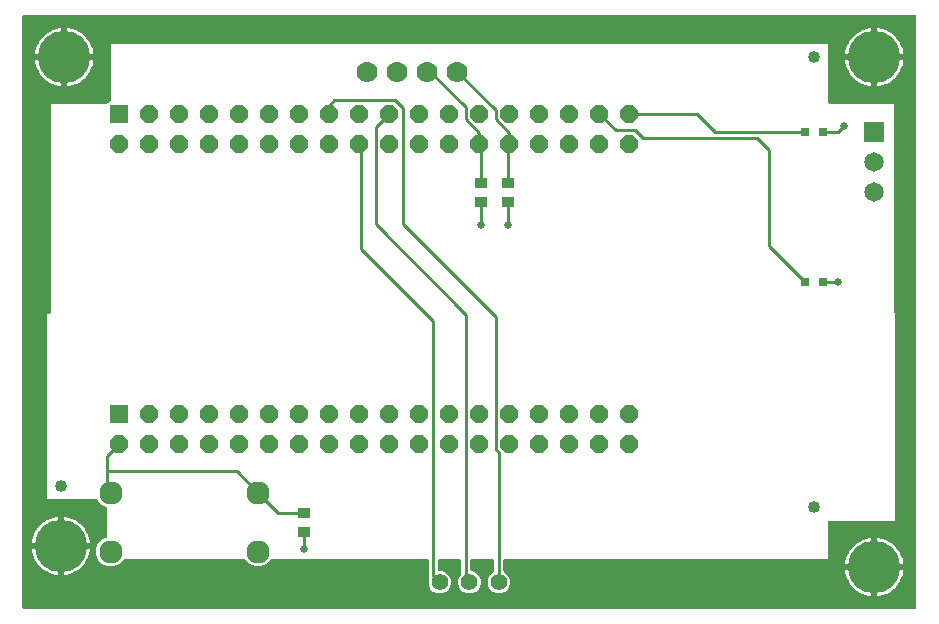
<source format=gbr>
G04 EAGLE Gerber RS-274X export*
G75*
%MOMM*%
%FSLAX34Y34*%
%LPD*%
%INTop Copper*%
%IPPOS*%
%AMOC8*
5,1,8,0,0,1.08239X$1,22.5*%
G01*
%ADD10R,1.524000X1.524000*%
%ADD11P,1.649562X8X22.500000*%
%ADD12C,1.778000*%
%ADD13R,1.651000X1.651000*%
%ADD14C,1.651000*%
%ADD15C,1.960000*%
%ADD16R,0.800000X0.800000*%
%ADD17C,1.400000*%
%ADD18R,1.031241X0.949959*%
%ADD19C,4.445000*%
%ADD20C,1.016000*%
%ADD21C,0.254000*%
%ADD22C,0.654800*%

G36*
X759444Y504308D02*
X759444Y504308D01*
X759437Y504427D01*
X759424Y504465D01*
X759419Y504506D01*
X759376Y504616D01*
X759339Y504729D01*
X759317Y504764D01*
X759302Y504801D01*
X759233Y504897D01*
X759169Y504998D01*
X759139Y505026D01*
X759116Y505059D01*
X759024Y505135D01*
X758937Y505216D01*
X758902Y505236D01*
X758871Y505261D01*
X758763Y505312D01*
X758659Y505370D01*
X758619Y505380D01*
X758583Y505397D01*
X758466Y505419D01*
X758351Y505449D01*
X758291Y505453D01*
X758271Y505457D01*
X758250Y505455D01*
X758190Y505459D01*
X3810Y505459D01*
X3692Y505444D01*
X3573Y505437D01*
X3535Y505424D01*
X3494Y505419D01*
X3384Y505376D01*
X3271Y505339D01*
X3236Y505317D01*
X3199Y505302D01*
X3103Y505233D01*
X3002Y505169D01*
X2974Y505139D01*
X2941Y505116D01*
X2865Y505024D01*
X2784Y504937D01*
X2764Y504902D01*
X2739Y504871D01*
X2688Y504763D01*
X2630Y504659D01*
X2620Y504619D01*
X2603Y504583D01*
X2581Y504466D01*
X2551Y504351D01*
X2547Y504291D01*
X2543Y504271D01*
X2545Y504250D01*
X2541Y504190D01*
X2541Y3810D01*
X2556Y3692D01*
X2563Y3573D01*
X2576Y3535D01*
X2581Y3494D01*
X2624Y3384D01*
X2661Y3271D01*
X2683Y3236D01*
X2698Y3199D01*
X2767Y3103D01*
X2831Y3002D01*
X2861Y2974D01*
X2884Y2941D01*
X2976Y2865D01*
X3063Y2784D01*
X3098Y2764D01*
X3129Y2739D01*
X3237Y2688D01*
X3341Y2630D01*
X3381Y2620D01*
X3417Y2603D01*
X3534Y2581D01*
X3649Y2551D01*
X3709Y2547D01*
X3729Y2543D01*
X3750Y2545D01*
X3810Y2541D01*
X758190Y2541D01*
X758308Y2556D01*
X758427Y2563D01*
X758465Y2576D01*
X758506Y2581D01*
X758616Y2624D01*
X758729Y2661D01*
X758764Y2683D01*
X758801Y2698D01*
X758897Y2767D01*
X758998Y2831D01*
X759026Y2861D01*
X759059Y2884D01*
X759135Y2976D01*
X759216Y3063D01*
X759236Y3098D01*
X759261Y3129D01*
X759312Y3237D01*
X759370Y3341D01*
X759380Y3381D01*
X759397Y3417D01*
X759419Y3534D01*
X759449Y3649D01*
X759453Y3709D01*
X759457Y3729D01*
X759455Y3750D01*
X759459Y3810D01*
X759459Y504190D01*
X759444Y504308D01*
G37*
%LPC*%
G36*
X354102Y15859D02*
X354102Y15859D01*
X350596Y17312D01*
X347912Y19996D01*
X346459Y23502D01*
X346459Y27298D01*
X346795Y28108D01*
X346803Y28136D01*
X346816Y28163D01*
X346844Y28289D01*
X346879Y28415D01*
X346879Y28444D01*
X346886Y28473D01*
X346882Y28603D01*
X346884Y28733D01*
X346877Y28761D01*
X346876Y28791D01*
X346840Y28915D01*
X346810Y29042D01*
X346796Y29068D01*
X346788Y29096D01*
X346722Y29208D01*
X346709Y29232D01*
X346709Y43434D01*
X346694Y43552D01*
X346687Y43671D01*
X346674Y43709D01*
X346669Y43750D01*
X346626Y43860D01*
X346589Y43973D01*
X346567Y44008D01*
X346552Y44045D01*
X346483Y44141D01*
X346419Y44242D01*
X346389Y44270D01*
X346366Y44303D01*
X346274Y44379D01*
X346187Y44460D01*
X346152Y44480D01*
X346121Y44505D01*
X346013Y44556D01*
X345909Y44614D01*
X345869Y44624D01*
X345833Y44641D01*
X345716Y44663D01*
X345601Y44693D01*
X345541Y44697D01*
X345521Y44701D01*
X345500Y44699D01*
X345440Y44703D01*
X213681Y44703D01*
X213583Y44691D01*
X213484Y44688D01*
X213426Y44671D01*
X213366Y44663D01*
X213274Y44627D01*
X213179Y44599D01*
X213127Y44569D01*
X213070Y44546D01*
X212990Y44488D01*
X212905Y44438D01*
X212829Y44372D01*
X212813Y44360D01*
X212805Y44350D01*
X212784Y44332D01*
X209190Y40738D01*
X204655Y38859D01*
X199745Y38859D01*
X195210Y40738D01*
X191616Y44332D01*
X191538Y44392D01*
X191466Y44460D01*
X191413Y44489D01*
X191365Y44526D01*
X191274Y44566D01*
X191187Y44614D01*
X191129Y44629D01*
X191073Y44653D01*
X190975Y44668D01*
X190879Y44693D01*
X190779Y44699D01*
X190759Y44703D01*
X190747Y44701D01*
X190719Y44703D01*
X88681Y44703D01*
X88583Y44691D01*
X88484Y44688D01*
X88426Y44671D01*
X88366Y44663D01*
X88274Y44627D01*
X88179Y44599D01*
X88127Y44569D01*
X88070Y44546D01*
X87990Y44488D01*
X87905Y44438D01*
X87829Y44372D01*
X87813Y44360D01*
X87805Y44350D01*
X87784Y44332D01*
X84190Y40738D01*
X79655Y38859D01*
X74745Y38859D01*
X70210Y40738D01*
X66738Y44210D01*
X64859Y48745D01*
X64859Y53655D01*
X66738Y58190D01*
X70210Y61662D01*
X73638Y63082D01*
X73663Y63097D01*
X73691Y63106D01*
X73801Y63175D01*
X73914Y63239D01*
X73935Y63260D01*
X73960Y63276D01*
X74049Y63370D01*
X74142Y63461D01*
X74158Y63486D01*
X74178Y63507D01*
X74241Y63621D01*
X74309Y63732D01*
X74317Y63760D01*
X74332Y63786D01*
X74364Y63912D01*
X74402Y64036D01*
X74404Y64065D01*
X74411Y64094D01*
X74421Y64255D01*
X74421Y88145D01*
X74418Y88175D01*
X74420Y88204D01*
X74398Y88332D01*
X74381Y88461D01*
X74371Y88488D01*
X74366Y88517D01*
X74312Y88636D01*
X74264Y88757D01*
X74247Y88781D01*
X74235Y88807D01*
X74154Y88909D01*
X74078Y89014D01*
X74055Y89033D01*
X74036Y89056D01*
X73933Y89134D01*
X73833Y89217D01*
X73806Y89229D01*
X73782Y89247D01*
X73638Y89318D01*
X70210Y90738D01*
X66738Y94210D01*
X66527Y94720D01*
X66512Y94745D01*
X66503Y94773D01*
X66434Y94883D01*
X66369Y94996D01*
X66349Y95017D01*
X66333Y95042D01*
X66238Y95131D01*
X66148Y95224D01*
X66123Y95240D01*
X66101Y95260D01*
X65988Y95323D01*
X65877Y95391D01*
X65849Y95399D01*
X65823Y95414D01*
X65697Y95446D01*
X65573Y95484D01*
X65543Y95486D01*
X65515Y95493D01*
X65354Y95503D01*
X23621Y95503D01*
X23621Y252731D01*
X25400Y252731D01*
X25518Y252746D01*
X25637Y252753D01*
X25675Y252766D01*
X25716Y252771D01*
X25826Y252814D01*
X25939Y252851D01*
X25974Y252873D01*
X26011Y252888D01*
X26107Y252958D01*
X26208Y253021D01*
X26236Y253051D01*
X26269Y253074D01*
X26345Y253166D01*
X26426Y253253D01*
X26446Y253288D01*
X26471Y253319D01*
X26522Y253427D01*
X26580Y253531D01*
X26590Y253571D01*
X26607Y253607D01*
X26629Y253724D01*
X26659Y253839D01*
X26663Y253900D01*
X26667Y253920D01*
X26665Y253940D01*
X26669Y254000D01*
X26669Y430531D01*
X73772Y430531D01*
X73870Y430543D01*
X73969Y430546D01*
X74027Y430563D01*
X74087Y430571D01*
X74179Y430607D01*
X74275Y430635D01*
X74327Y430665D01*
X74383Y430688D01*
X74463Y430746D01*
X74549Y430796D01*
X74624Y430862D01*
X74640Y430874D01*
X74648Y430884D01*
X74669Y430903D01*
X75828Y432061D01*
X76200Y432061D01*
X76318Y432076D01*
X76437Y432083D01*
X76475Y432096D01*
X76516Y432101D01*
X76626Y432144D01*
X76739Y432181D01*
X76774Y432203D01*
X76811Y432218D01*
X76907Y432287D01*
X77008Y432351D01*
X77036Y432381D01*
X77069Y432404D01*
X77145Y432496D01*
X77226Y432583D01*
X77246Y432618D01*
X77271Y432649D01*
X77322Y432757D01*
X77380Y432861D01*
X77390Y432901D01*
X77407Y432937D01*
X77429Y433054D01*
X77459Y433169D01*
X77463Y433229D01*
X77467Y433249D01*
X77465Y433270D01*
X77469Y433330D01*
X77469Y481331D01*
X684531Y481331D01*
X684531Y431800D01*
X684546Y431682D01*
X684553Y431563D01*
X684566Y431525D01*
X684571Y431484D01*
X684614Y431374D01*
X684651Y431261D01*
X684673Y431226D01*
X684688Y431189D01*
X684758Y431093D01*
X684821Y430992D01*
X684851Y430964D01*
X684874Y430931D01*
X684966Y430856D01*
X685053Y430774D01*
X685088Y430754D01*
X685119Y430729D01*
X685227Y430678D01*
X685331Y430620D01*
X685371Y430610D01*
X685407Y430593D01*
X685524Y430571D01*
X685639Y430541D01*
X685700Y430537D01*
X685720Y430533D01*
X685740Y430535D01*
X685800Y430531D01*
X740411Y430531D01*
X740411Y254000D01*
X740426Y253882D01*
X740433Y253763D01*
X740446Y253725D01*
X740451Y253684D01*
X740494Y253574D01*
X740531Y253461D01*
X740553Y253426D01*
X740568Y253389D01*
X740638Y253293D01*
X740701Y253192D01*
X740731Y253164D01*
X740754Y253131D01*
X740846Y253056D01*
X740933Y252974D01*
X740968Y252954D01*
X740999Y252929D01*
X741107Y252878D01*
X741211Y252820D01*
X741251Y252810D01*
X741287Y252793D01*
X741404Y252771D01*
X741427Y252765D01*
X741427Y77469D01*
X685800Y77469D01*
X685682Y77454D01*
X685563Y77447D01*
X685525Y77434D01*
X685484Y77429D01*
X685374Y77386D01*
X685261Y77349D01*
X685226Y77327D01*
X685189Y77312D01*
X685093Y77243D01*
X684992Y77179D01*
X684964Y77149D01*
X684931Y77126D01*
X684856Y77034D01*
X684774Y76947D01*
X684754Y76912D01*
X684729Y76881D01*
X684678Y76773D01*
X684620Y76669D01*
X684610Y76629D01*
X684593Y76593D01*
X684571Y76476D01*
X684541Y76361D01*
X684537Y76301D01*
X684533Y76281D01*
X684535Y76260D01*
X684531Y76200D01*
X684531Y44703D01*
X411080Y44703D01*
X410962Y44688D01*
X410843Y44681D01*
X410805Y44668D01*
X410764Y44663D01*
X410654Y44620D01*
X410541Y44583D01*
X410506Y44561D01*
X410469Y44546D01*
X410373Y44477D01*
X410272Y44413D01*
X410244Y44383D01*
X410211Y44360D01*
X410135Y44268D01*
X410054Y44181D01*
X410034Y44146D01*
X410009Y44115D01*
X409958Y44007D01*
X409900Y43903D01*
X409890Y43863D01*
X409873Y43827D01*
X409851Y43710D01*
X409821Y43595D01*
X409817Y43535D01*
X409813Y43515D01*
X409815Y43494D01*
X409811Y43434D01*
X409811Y34996D01*
X409814Y34967D01*
X409812Y34938D01*
X409834Y34810D01*
X409851Y34681D01*
X409861Y34654D01*
X409866Y34624D01*
X409920Y34506D01*
X409968Y34385D01*
X409985Y34361D01*
X409997Y34334D01*
X410078Y34233D01*
X410154Y34128D01*
X410177Y34109D01*
X410196Y34086D01*
X410299Y34008D01*
X410399Y33925D01*
X410426Y33913D01*
X410450Y33895D01*
X410594Y33824D01*
X411404Y33488D01*
X414088Y30804D01*
X415541Y27298D01*
X415541Y23502D01*
X414088Y19996D01*
X411404Y17312D01*
X407898Y15859D01*
X404102Y15859D01*
X400596Y17312D01*
X397912Y19996D01*
X396459Y23502D01*
X396459Y27298D01*
X397912Y30804D01*
X400596Y33488D01*
X401406Y33824D01*
X401431Y33838D01*
X401459Y33848D01*
X401569Y33917D01*
X401682Y33981D01*
X401703Y34002D01*
X401728Y34018D01*
X401817Y34113D01*
X401910Y34203D01*
X401926Y34228D01*
X401946Y34249D01*
X402009Y34363D01*
X402077Y34474D01*
X402085Y34502D01*
X402100Y34528D01*
X402132Y34654D01*
X402170Y34778D01*
X402172Y34807D01*
X402179Y34836D01*
X402189Y34996D01*
X402189Y43434D01*
X402174Y43552D01*
X402167Y43671D01*
X402154Y43709D01*
X402149Y43750D01*
X402106Y43860D01*
X402069Y43973D01*
X402047Y44008D01*
X402032Y44045D01*
X401963Y44141D01*
X401899Y44242D01*
X401869Y44270D01*
X401846Y44303D01*
X401754Y44379D01*
X401667Y44460D01*
X401632Y44480D01*
X401601Y44505D01*
X401493Y44556D01*
X401389Y44614D01*
X401349Y44624D01*
X401313Y44641D01*
X401196Y44663D01*
X401081Y44693D01*
X401021Y44697D01*
X401001Y44701D01*
X400980Y44699D01*
X400920Y44703D01*
X382950Y44703D01*
X382832Y44688D01*
X382713Y44681D01*
X382675Y44668D01*
X382634Y44663D01*
X382524Y44620D01*
X382411Y44583D01*
X382376Y44561D01*
X382339Y44546D01*
X382243Y44477D01*
X382142Y44413D01*
X382114Y44383D01*
X382081Y44360D01*
X382005Y44268D01*
X381924Y44181D01*
X381904Y44146D01*
X381879Y44115D01*
X381828Y44007D01*
X381770Y43903D01*
X381760Y43863D01*
X381743Y43827D01*
X381721Y43710D01*
X381691Y43595D01*
X381687Y43535D01*
X381683Y43515D01*
X381685Y43494D01*
X381681Y43434D01*
X381681Y36210D01*
X381696Y36092D01*
X381703Y35973D01*
X381716Y35935D01*
X381721Y35894D01*
X381764Y35784D01*
X381801Y35671D01*
X381823Y35636D01*
X381838Y35599D01*
X381907Y35503D01*
X381971Y35402D01*
X382001Y35374D01*
X382024Y35341D01*
X382116Y35265D01*
X382203Y35184D01*
X382238Y35164D01*
X382269Y35139D01*
X382377Y35088D01*
X382481Y35030D01*
X382521Y35020D01*
X382557Y35003D01*
X382674Y34981D01*
X382789Y34951D01*
X382849Y34947D01*
X382869Y34943D01*
X382889Y34944D01*
X386404Y33488D01*
X389088Y30804D01*
X390541Y27298D01*
X390541Y23502D01*
X389088Y19996D01*
X386404Y17312D01*
X382898Y15859D01*
X379102Y15859D01*
X375596Y17312D01*
X372912Y19996D01*
X371459Y23502D01*
X371459Y27298D01*
X372912Y30804D01*
X373687Y31580D01*
X373748Y31658D01*
X373816Y31730D01*
X373845Y31784D01*
X373882Y31831D01*
X373922Y31922D01*
X373970Y32009D01*
X373985Y32068D01*
X374009Y32123D01*
X374024Y32221D01*
X374049Y32317D01*
X374055Y32417D01*
X374059Y32437D01*
X374057Y32450D01*
X374059Y32478D01*
X374059Y43434D01*
X374044Y43552D01*
X374037Y43671D01*
X374024Y43709D01*
X374019Y43750D01*
X373976Y43860D01*
X373939Y43973D01*
X373917Y44008D01*
X373902Y44045D01*
X373833Y44141D01*
X373769Y44242D01*
X373739Y44270D01*
X373716Y44303D01*
X373624Y44379D01*
X373537Y44460D01*
X373502Y44480D01*
X373471Y44505D01*
X373363Y44556D01*
X373259Y44614D01*
X373219Y44624D01*
X373183Y44641D01*
X373066Y44663D01*
X372951Y44693D01*
X372891Y44697D01*
X372871Y44701D01*
X372850Y44699D01*
X372790Y44703D01*
X355600Y44703D01*
X355482Y44688D01*
X355363Y44681D01*
X355325Y44668D01*
X355284Y44663D01*
X355174Y44620D01*
X355061Y44583D01*
X355026Y44561D01*
X354989Y44546D01*
X354893Y44477D01*
X354792Y44413D01*
X354764Y44383D01*
X354731Y44360D01*
X354655Y44268D01*
X354574Y44181D01*
X354554Y44146D01*
X354529Y44115D01*
X354478Y44007D01*
X354420Y43903D01*
X354410Y43863D01*
X354393Y43827D01*
X354371Y43710D01*
X354341Y43595D01*
X354337Y43535D01*
X354333Y43515D01*
X354335Y43494D01*
X354331Y43434D01*
X354331Y36210D01*
X354346Y36092D01*
X354353Y35973D01*
X354366Y35935D01*
X354371Y35894D01*
X354414Y35784D01*
X354451Y35671D01*
X354473Y35636D01*
X354488Y35599D01*
X354557Y35503D01*
X354621Y35402D01*
X354651Y35374D01*
X354674Y35341D01*
X354766Y35265D01*
X354853Y35184D01*
X354888Y35164D01*
X354919Y35139D01*
X355027Y35088D01*
X355131Y35030D01*
X355171Y35020D01*
X355207Y35003D01*
X355324Y34981D01*
X355439Y34951D01*
X355499Y34947D01*
X355519Y34943D01*
X355540Y34945D01*
X355600Y34941D01*
X357898Y34941D01*
X361404Y33488D01*
X364088Y30804D01*
X365541Y27298D01*
X365541Y23502D01*
X364088Y19996D01*
X361404Y17312D01*
X357898Y15859D01*
X354102Y15859D01*
G37*
%LPD*%
%LPC*%
G36*
X726439Y472439D02*
X726439Y472439D01*
X726439Y494536D01*
X728055Y494354D01*
X730767Y493735D01*
X733392Y492817D01*
X735899Y491610D01*
X738254Y490130D01*
X740429Y488395D01*
X742395Y486429D01*
X744130Y484254D01*
X745610Y481899D01*
X746817Y479392D01*
X747735Y476767D01*
X748354Y474055D01*
X748536Y472439D01*
X726439Y472439D01*
G37*
%LPD*%
%LPC*%
G36*
X40639Y472439D02*
X40639Y472439D01*
X40639Y494536D01*
X42255Y494354D01*
X44967Y493735D01*
X47592Y492817D01*
X50099Y491610D01*
X52454Y490130D01*
X54629Y488395D01*
X56595Y486429D01*
X58330Y484254D01*
X59810Y481899D01*
X61017Y479392D01*
X61935Y476767D01*
X62554Y474055D01*
X62736Y472439D01*
X40639Y472439D01*
G37*
%LPD*%
%LPC*%
G36*
X37591Y58673D02*
X37591Y58673D01*
X37591Y80770D01*
X39207Y80588D01*
X41919Y79969D01*
X44544Y79051D01*
X47051Y77844D01*
X49406Y76364D01*
X51581Y74629D01*
X53547Y72663D01*
X55282Y70488D01*
X56762Y68133D01*
X57969Y65626D01*
X58887Y63001D01*
X59506Y60289D01*
X59688Y58673D01*
X37591Y58673D01*
G37*
%LPD*%
%LPC*%
G36*
X726439Y40639D02*
X726439Y40639D01*
X726439Y62736D01*
X728055Y62554D01*
X730767Y61935D01*
X733392Y61017D01*
X735899Y59810D01*
X738254Y58330D01*
X740429Y56595D01*
X742395Y54629D01*
X744130Y52454D01*
X745610Y50099D01*
X746817Y47592D01*
X747735Y44967D01*
X748354Y42255D01*
X748536Y40639D01*
X726439Y40639D01*
G37*
%LPD*%
%LPC*%
G36*
X699264Y472439D02*
X699264Y472439D01*
X699446Y474055D01*
X700065Y476767D01*
X700983Y479392D01*
X702190Y481899D01*
X703670Y484254D01*
X705405Y486429D01*
X707371Y488395D01*
X709546Y490130D01*
X711901Y491610D01*
X714408Y492817D01*
X717033Y493735D01*
X719745Y494354D01*
X721361Y494536D01*
X721361Y472439D01*
X699264Y472439D01*
G37*
%LPD*%
%LPC*%
G36*
X13464Y472439D02*
X13464Y472439D01*
X13646Y474055D01*
X14265Y476767D01*
X15183Y479392D01*
X16390Y481899D01*
X17870Y484254D01*
X19605Y486429D01*
X21571Y488395D01*
X23746Y490130D01*
X26101Y491610D01*
X28608Y492817D01*
X31233Y493735D01*
X33945Y494354D01*
X35561Y494536D01*
X35561Y472439D01*
X13464Y472439D01*
G37*
%LPD*%
%LPC*%
G36*
X40639Y467361D02*
X40639Y467361D01*
X62736Y467361D01*
X62554Y465745D01*
X61935Y463033D01*
X61017Y460408D01*
X59810Y457901D01*
X58330Y455546D01*
X56595Y453371D01*
X54629Y451405D01*
X52454Y449670D01*
X50099Y448190D01*
X47592Y446983D01*
X44967Y446065D01*
X42255Y445446D01*
X40639Y445264D01*
X40639Y467361D01*
G37*
%LPD*%
%LPC*%
G36*
X726439Y467361D02*
X726439Y467361D01*
X748536Y467361D01*
X748354Y465745D01*
X747735Y463033D01*
X746817Y460408D01*
X745610Y457901D01*
X744130Y455546D01*
X742395Y453371D01*
X740429Y451405D01*
X738254Y449670D01*
X735899Y448190D01*
X733392Y446983D01*
X730767Y446065D01*
X728055Y445446D01*
X726439Y445264D01*
X726439Y467361D01*
G37*
%LPD*%
%LPC*%
G36*
X10416Y58673D02*
X10416Y58673D01*
X10598Y60289D01*
X11217Y63001D01*
X12135Y65626D01*
X13342Y68133D01*
X14822Y70488D01*
X16557Y72663D01*
X18523Y74629D01*
X20698Y76364D01*
X23053Y77844D01*
X25560Y79051D01*
X28185Y79969D01*
X30897Y80588D01*
X32513Y80770D01*
X32513Y58673D01*
X10416Y58673D01*
G37*
%LPD*%
%LPC*%
G36*
X699264Y40639D02*
X699264Y40639D01*
X699446Y42255D01*
X700065Y44967D01*
X700983Y47592D01*
X702190Y50099D01*
X703670Y52454D01*
X705405Y54629D01*
X707371Y56595D01*
X709546Y58330D01*
X711901Y59810D01*
X714408Y61017D01*
X717033Y61935D01*
X719745Y62554D01*
X721361Y62736D01*
X721361Y40639D01*
X699264Y40639D01*
G37*
%LPD*%
%LPC*%
G36*
X37591Y53595D02*
X37591Y53595D01*
X59688Y53595D01*
X59506Y51979D01*
X58887Y49267D01*
X57969Y46642D01*
X56762Y44135D01*
X55282Y41780D01*
X53547Y39605D01*
X51581Y37639D01*
X49406Y35904D01*
X47051Y34424D01*
X44544Y33217D01*
X41919Y32299D01*
X39207Y31680D01*
X37591Y31498D01*
X37591Y53595D01*
G37*
%LPD*%
%LPC*%
G36*
X726439Y35561D02*
X726439Y35561D01*
X748536Y35561D01*
X748354Y33945D01*
X747735Y31233D01*
X746817Y28608D01*
X745610Y26101D01*
X744130Y23746D01*
X742395Y21571D01*
X740429Y19605D01*
X738254Y17870D01*
X735899Y16390D01*
X733392Y15183D01*
X730767Y14265D01*
X728055Y13646D01*
X726439Y13464D01*
X726439Y35561D01*
G37*
%LPD*%
%LPC*%
G36*
X33945Y445446D02*
X33945Y445446D01*
X31233Y446065D01*
X28608Y446983D01*
X26101Y448190D01*
X23746Y449670D01*
X21571Y451405D01*
X19605Y453371D01*
X17870Y455546D01*
X16390Y457901D01*
X15183Y460408D01*
X14265Y463033D01*
X13646Y465745D01*
X13464Y467361D01*
X35561Y467361D01*
X35561Y445264D01*
X33945Y445446D01*
G37*
%LPD*%
%LPC*%
G36*
X719745Y445446D02*
X719745Y445446D01*
X717033Y446065D01*
X714408Y446983D01*
X711901Y448190D01*
X709546Y449670D01*
X707371Y451405D01*
X705405Y453371D01*
X703670Y455546D01*
X702190Y457901D01*
X700983Y460408D01*
X700065Y463033D01*
X699446Y465745D01*
X699264Y467361D01*
X721361Y467361D01*
X721361Y445264D01*
X719745Y445446D01*
G37*
%LPD*%
%LPC*%
G36*
X30897Y31680D02*
X30897Y31680D01*
X28185Y32299D01*
X25560Y33217D01*
X23053Y34424D01*
X20698Y35904D01*
X18523Y37639D01*
X16557Y39605D01*
X14822Y41780D01*
X13342Y44135D01*
X12135Y46642D01*
X11217Y49267D01*
X10598Y51979D01*
X10416Y53595D01*
X32513Y53595D01*
X32513Y31498D01*
X30897Y31680D01*
G37*
%LPD*%
%LPC*%
G36*
X719745Y13646D02*
X719745Y13646D01*
X717033Y14265D01*
X714408Y15183D01*
X711901Y16390D01*
X709546Y17870D01*
X707371Y19605D01*
X705405Y21571D01*
X703670Y23746D01*
X702190Y26101D01*
X700983Y28608D01*
X700065Y31233D01*
X699446Y33945D01*
X699264Y35561D01*
X721361Y35561D01*
X721361Y13464D01*
X719745Y13646D01*
G37*
%LPD*%
%LPC*%
G36*
X38099Y469899D02*
X38099Y469899D01*
X38099Y469901D01*
X38101Y469901D01*
X38101Y469899D01*
X38099Y469899D01*
G37*
%LPD*%
%LPC*%
G36*
X723899Y469899D02*
X723899Y469899D01*
X723899Y469901D01*
X723901Y469901D01*
X723901Y469899D01*
X723899Y469899D01*
G37*
%LPD*%
%LPC*%
G36*
X35051Y56133D02*
X35051Y56133D01*
X35051Y56135D01*
X35053Y56135D01*
X35053Y56133D01*
X35051Y56133D01*
G37*
%LPD*%
%LPC*%
G36*
X723899Y38099D02*
X723899Y38099D01*
X723899Y38101D01*
X723901Y38101D01*
X723901Y38099D01*
X723899Y38099D01*
G37*
%LPD*%
D10*
X84500Y421900D03*
D11*
X84500Y396500D03*
X109900Y421900D03*
X109900Y396500D03*
X135300Y421900D03*
X135300Y396500D03*
X160700Y421900D03*
X160700Y396500D03*
X186100Y421900D03*
X186100Y396500D03*
X211500Y421900D03*
X211500Y396500D03*
X236900Y421900D03*
X236900Y396500D03*
X262300Y421900D03*
X262300Y396500D03*
X287700Y421900D03*
X287700Y396500D03*
X313100Y421900D03*
X313100Y396500D03*
X338500Y421900D03*
X338500Y396500D03*
X363900Y421900D03*
X363900Y396500D03*
X389300Y421900D03*
X389300Y396500D03*
X414700Y421900D03*
X414700Y396500D03*
X440100Y421900D03*
X440100Y396500D03*
X465500Y421900D03*
X465500Y396500D03*
X490900Y421900D03*
X490900Y396500D03*
X516300Y421900D03*
X516300Y396500D03*
D10*
X84500Y167900D03*
D11*
X84500Y142500D03*
X109900Y167900D03*
X109900Y142500D03*
X135300Y167900D03*
X135300Y142500D03*
X160700Y167900D03*
X160700Y142500D03*
X186100Y167900D03*
X186100Y142500D03*
X211500Y167900D03*
X211500Y142500D03*
X236900Y167900D03*
X236900Y142500D03*
X262300Y167900D03*
X262300Y142500D03*
X287700Y167900D03*
X287700Y142500D03*
X313100Y167900D03*
X313100Y142500D03*
X338500Y167900D03*
X338500Y142500D03*
X363900Y167900D03*
X363900Y142500D03*
X389300Y167900D03*
X389300Y142500D03*
X414700Y167900D03*
X414700Y142500D03*
X440100Y167900D03*
X440100Y142500D03*
X465500Y167900D03*
X465500Y142500D03*
X490900Y167900D03*
X490900Y142500D03*
X516300Y167900D03*
X516300Y142500D03*
D12*
X370840Y457200D03*
X345440Y457200D03*
X320040Y457200D03*
X294640Y457200D03*
D13*
X723900Y406400D03*
D14*
X723900Y381000D03*
X723900Y355600D03*
D15*
X202200Y101200D03*
X202200Y51200D03*
X77200Y51200D03*
X77200Y101200D03*
D16*
X665600Y406400D03*
X680600Y406400D03*
D17*
X356000Y25400D03*
X381000Y25400D03*
X406000Y25400D03*
D18*
X414020Y347599D03*
X414020Y363601D03*
X391160Y363601D03*
X391160Y347599D03*
D16*
X665600Y279400D03*
X680600Y279400D03*
D18*
X241300Y68199D03*
X241300Y84201D03*
D19*
X35052Y56134D03*
X38100Y469900D03*
X723900Y38100D03*
X723900Y469900D03*
D20*
X35052Y106934D03*
X673100Y88900D03*
X673100Y469900D03*
D21*
X680600Y279400D02*
X693420Y279400D01*
D22*
X693420Y279400D03*
D21*
X406000Y135036D02*
X406000Y25400D01*
X406000Y135036D02*
X403270Y137766D01*
X403270Y249510D02*
X324530Y328250D01*
X403270Y249510D02*
X403270Y137766D01*
X324530Y426635D02*
X317835Y433330D01*
X324530Y426635D02*
X324530Y328250D01*
X317835Y433330D02*
X266700Y433330D01*
X262300Y428930D01*
X262300Y421900D01*
D22*
X698500Y411480D03*
D21*
X693420Y406400D01*
X680600Y406400D01*
X241300Y68199D02*
X241300Y53340D01*
D22*
X241300Y53340D03*
D21*
X391160Y327660D02*
X391160Y347599D01*
D22*
X391160Y327660D03*
D21*
X414020Y327660D02*
X414020Y347599D01*
D22*
X414020Y327660D03*
D21*
X289560Y394640D02*
X287700Y396500D01*
X350520Y30880D02*
X356000Y25400D01*
X289560Y307340D02*
X289560Y394640D01*
X289560Y307340D02*
X350520Y246380D01*
X350520Y30880D01*
X403270Y424770D02*
X370840Y457200D01*
X403270Y424770D02*
X403270Y417166D01*
X414700Y405736D02*
X414700Y396500D01*
X414700Y405736D02*
X403270Y417166D01*
X414700Y396500D02*
X414020Y395820D01*
X414020Y363601D01*
X347980Y457200D02*
X345440Y457200D01*
X389300Y396500D02*
X391160Y394640D01*
X391160Y363601D01*
X389300Y396500D02*
X389300Y405736D01*
X377870Y427310D02*
X347980Y457200D01*
X377870Y417166D02*
X389300Y405736D01*
X377870Y417166D02*
X377870Y427310D01*
X74152Y104248D02*
X77200Y101200D01*
X74152Y104248D02*
X74152Y119634D01*
X74152Y132152D01*
X84500Y142500D01*
X219199Y84201D02*
X241300Y84201D01*
X219199Y84201D02*
X202200Y101200D01*
X184166Y119234D01*
X74552Y119234D01*
X74152Y119634D01*
X377870Y172635D02*
X378460Y173225D01*
X378460Y251460D01*
X377870Y28530D02*
X381000Y25400D01*
X377870Y28530D02*
X377870Y172635D01*
X301670Y328250D02*
X301670Y410470D01*
X313100Y421900D01*
X301670Y328250D02*
X378460Y251460D01*
X589280Y406400D02*
X665600Y406400D01*
X573780Y421900D02*
X516300Y421900D01*
X573780Y421900D02*
X589280Y406400D01*
X527645Y401320D02*
X521035Y407930D01*
X527645Y401320D02*
X624840Y401320D01*
X504870Y407930D02*
X490900Y421900D01*
X504870Y407930D02*
X521035Y407930D01*
X624840Y401320D02*
X635120Y391040D01*
X635120Y309880D01*
X665600Y279400D01*
M02*

</source>
